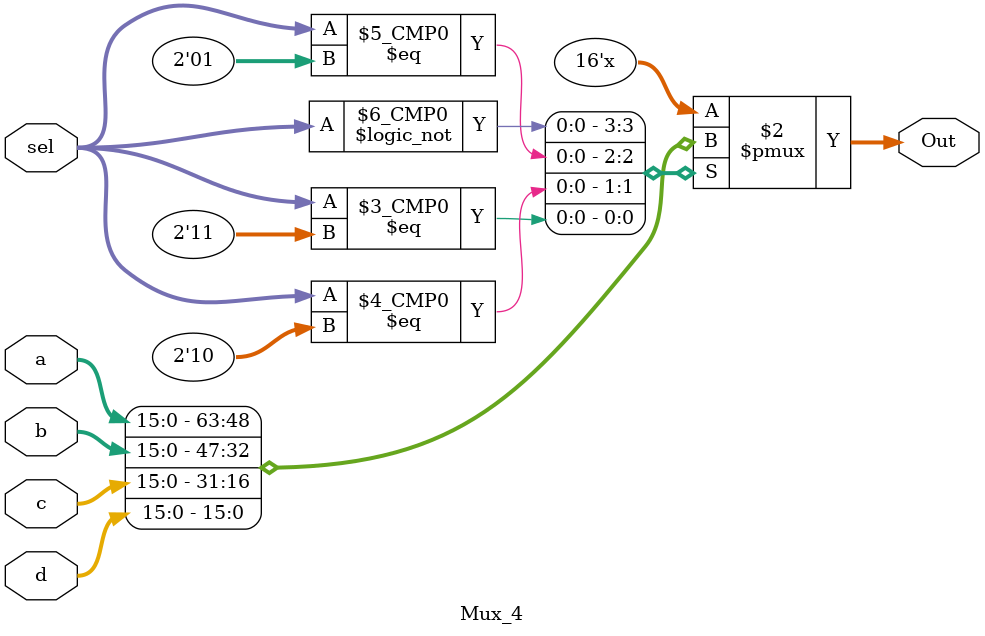
<source format=v>
module Mux_4 #(parameter input_size=16) (sel,a,b,c,d,Out);
	input [1:0] sel;
	input [input_size-1:0] a,b,c,d;
	output reg [input_size-1:0] Out;
	
	always@(sel,a,b,c,d)
		begin
			case(sel)
				2'b00:
				Out = a;
				2'b01:
				Out = b;
				2'b10:
				Out = c;
				2'b11:
				Out = d;
			endcase
		end
		
endmodule

</source>
